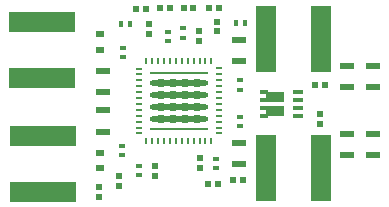
<source format=gbr>
G04 #@! TF.FileFunction,Paste,Top*
%FSLAX46Y46*%
G04 Gerber Fmt 4.6, Leading zero omitted, Abs format (unit mm)*
G04 Created by KiCad (PCBNEW (2015-09-15 BZR 13, Git 37c8462)-brewed_product) date Thursday, 17 September 2015 'pmt' 19:06:45*
%MOMM*%
G01*
G04 APERTURE LIST*
%ADD10C,0.020000*%
%ADD11R,0.520000X0.320000*%
%ADD12R,0.320000X0.520000*%
%ADD13R,1.170000X0.520000*%
%ADD14R,0.720000X0.520000*%
%ADD15R,1.718320X5.619760*%
%ADD16R,5.619760X1.718320*%
%ADD17R,0.910000X0.325000*%
%ADD18R,1.645000X0.910000*%
%ADD19R,0.680000X0.325000*%
%ADD20R,0.470000X0.520000*%
%ADD21R,0.520000X0.470000*%
%ADD22R,0.519440X0.168920*%
%ADD23R,0.168920X0.519440*%
%ADD24O,4.920000X0.520000*%
%ADD25O,4.920000X0.220000*%
%ADD26O,0.920000X0.720000*%
G04 APERTURE END LIST*
D10*
D11*
X133700000Y-97550000D03*
X133700000Y-96750000D03*
X133700000Y-100625000D03*
X133700000Y-99825000D03*
X123750000Y-94800000D03*
X123750000Y-94000000D03*
X123700000Y-102300000D03*
X123700000Y-103100000D03*
D12*
X133300000Y-91900000D03*
X134100000Y-91900000D03*
D11*
X131650000Y-104200000D03*
X131650000Y-103400000D03*
D12*
X124400000Y-92000000D03*
X123600000Y-92000000D03*
D11*
X125100000Y-104800000D03*
X125100000Y-104000000D03*
D13*
X133600000Y-95100000D03*
X133600000Y-93300000D03*
X133600000Y-102050000D03*
X133600000Y-103850000D03*
X122050000Y-97750000D03*
X122050000Y-95950000D03*
X122050000Y-99300000D03*
X122050000Y-101100000D03*
X144900000Y-95500000D03*
X144900000Y-97300000D03*
X142750000Y-103100000D03*
X142750000Y-101300000D03*
X142750000Y-95500000D03*
X142750000Y-97300000D03*
X144900000Y-103100000D03*
X144900000Y-101300000D03*
D14*
X121800000Y-92850000D03*
X121800000Y-94150000D03*
X121800000Y-104200000D03*
X121800000Y-102900000D03*
D11*
X128850000Y-92350000D03*
X128850000Y-93150000D03*
X127550000Y-93450000D03*
X127550000Y-92650000D03*
D15*
X140550000Y-93250000D03*
X135851000Y-93250000D03*
X140549500Y-104150000D03*
X135850500Y-104150000D03*
D16*
X116950000Y-91850500D03*
X116950000Y-96549500D03*
X117000000Y-106199000D03*
X117000000Y-101500000D03*
D17*
X138592500Y-99747500D03*
X138592500Y-99087500D03*
X138592500Y-98427500D03*
X138592500Y-97767500D03*
D18*
X136600000Y-99365000D03*
X136600000Y-98150000D03*
D19*
X135722500Y-97767500D03*
X135722500Y-98427500D03*
X135722500Y-99087500D03*
X135722500Y-99747500D03*
D20*
X140865000Y-97150000D03*
X140035000Y-97150000D03*
D21*
X140450000Y-99585000D03*
X140450000Y-100415000D03*
X131700000Y-91785000D03*
X131700000Y-92615000D03*
X130250000Y-103335000D03*
X130250000Y-104165000D03*
X126000000Y-92815000D03*
X126000000Y-91985000D03*
X126450000Y-103985000D03*
X126450000Y-104815000D03*
D20*
X129730000Y-90600000D03*
X128900000Y-90600000D03*
X131830000Y-105500000D03*
X131000000Y-105500000D03*
X126885000Y-90600000D03*
X127715000Y-90600000D03*
D21*
X123450000Y-105665000D03*
X123450000Y-104835000D03*
D20*
X131915000Y-90600000D03*
X131085000Y-90600000D03*
X133915000Y-105200000D03*
X133085000Y-105200000D03*
X124885000Y-90700000D03*
X125715000Y-90700000D03*
D21*
X121700000Y-106600000D03*
X121700000Y-105770000D03*
X130200000Y-92585000D03*
X130200000Y-93415000D03*
D22*
X125101480Y-95751720D03*
X125101480Y-96252100D03*
X125101480Y-96752480D03*
X125101480Y-97252860D03*
X125101480Y-97750700D03*
X125101480Y-98251080D03*
X125101480Y-98751460D03*
X125101480Y-99251840D03*
X125101480Y-99752220D03*
X125101480Y-100252600D03*
X125101480Y-100752980D03*
X125101480Y-101250820D03*
X131898520Y-97247780D03*
X131898520Y-96749940D03*
X131898520Y-96249560D03*
X131898520Y-95749180D03*
D23*
X127750700Y-101901060D03*
X128250000Y-101900000D03*
X128748920Y-101901060D03*
X129249300Y-101901060D03*
X129749680Y-101901060D03*
X130250060Y-101901060D03*
X130750440Y-101901060D03*
X131250820Y-101901060D03*
X125751720Y-101901060D03*
X126252100Y-101901060D03*
X126752480Y-101901060D03*
X127250320Y-101901060D03*
D22*
X131898520Y-101248280D03*
X131901060Y-100747900D03*
X131901060Y-100250060D03*
X131901060Y-99749680D03*
X131901060Y-99249300D03*
X131901060Y-98748920D03*
X131901060Y-98248540D03*
X131901060Y-97748160D03*
D23*
X131250820Y-95101480D03*
X130750440Y-95101480D03*
X130250060Y-95101480D03*
X129752220Y-95101480D03*
X129251840Y-95101480D03*
X128751460Y-95101480D03*
X128251080Y-95101480D03*
X127750700Y-95101480D03*
X127250320Y-95101480D03*
X126749940Y-95101480D03*
X126252100Y-95101480D03*
X125751720Y-95101480D03*
D24*
X128500000Y-97000000D03*
X128500000Y-98000000D03*
X128500000Y-99000000D03*
X128500000Y-100000000D03*
D25*
X128500000Y-96150000D03*
X128500000Y-100850000D03*
D26*
X128000000Y-97000000D03*
X128000000Y-98000000D03*
X129000000Y-97000000D03*
X129000000Y-98000000D03*
X129000000Y-99000000D03*
X128000000Y-99000000D03*
X128000000Y-100000000D03*
X129000000Y-100000000D03*
X127000000Y-100000000D03*
X127000000Y-99000000D03*
X127000000Y-98000000D03*
X127000000Y-97000000D03*
X130000000Y-97000000D03*
X130000000Y-98000000D03*
X130000000Y-99000000D03*
X130000000Y-100000000D03*
M02*

</source>
